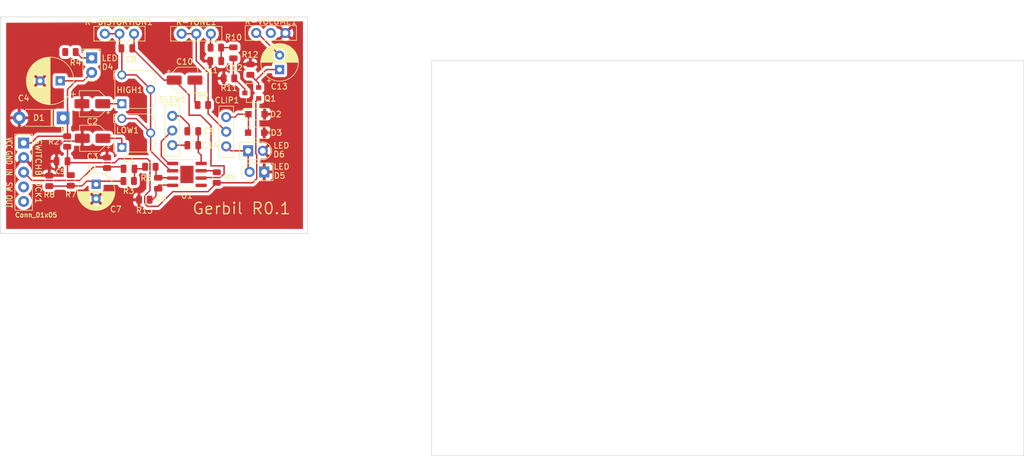
<source format=kicad_pcb>
(kicad_pcb (version 20211014) (generator pcbnew)
  (title_block (title "Ratt") (rev "R1"))
  (layers (0 "F.Cu" signal) (31 "B.Cu" signal) (34 "B.Paste" user) (35 "F.Paste" user) (36 "B.SilkS" user "B.Silkscreen") (37 "F.SilkS" user "F.Silkscreen") (38 "B.Mask" user) (39 "F.Mask" user) (44 "Edge.Cuts" user))
  (net 0 "")
  (net 1 "Net-(C1-Pad2)")
  (net 2 "Net-(C2-Pad1)")
  (net 3 "GNDREF")
  (net 4 "Net-(C3-Pad1)")
  (net 5 "+9V")
  (net 6 "Net-(C6-Pad1)")
  (net 7 "+5V")
  (net 8 "Net-(C8-Pad1)")
  (net 9 "Net-(C10-Pad1)")
  (net 10 "Net-(C9-Pad1)")
  (net 11 "Net-(C9-Pad2)")
  (net 12 "INPUT")
  (net 13 "Net-(C11-Pad1)")
  (net 14 "Net-(R9-Pad1)")
  (net 15 "Net-(Q1-Pad3)")
  (net 16 "Net-(C13-Pad2)")
  (net 17 "Net-(D2-Pad1)")
  (net 18 "Net-(Q1-Pad2)")
  (net 20 "Net-(SLEW1-Pad3)")
  (net 21 "Net-(CLIP1-Pad1)")
  (net 22 "Net-(R-TONE1-Pad1)")
  (net 23 "Net-(D4-Pad1)")
  (net 24 "Net-(R10-Pad1)")
  (net 25 "OUTPUT")
  (net 26 "Net-(SWITCHBLOCK1-Pad4)")
  (net 27 "Net-(U1-Pad1)")
  (net 28 "Net-(U1-Pad7)")
  (net 29 "Net-(C6-Pad2)")
  (footprint "Capacitor_THT:CP_Radial_D6.3mm_P2.50mm" (layer "F.Cu") (at 42.037 53.213 -90)
    (fp_text reference "C7" (at 4.318 -3.429 180) (layer "F.SilkS"))
    (fp_text value "1uF")
    (pad "1" thru_hole rect (at 0 0 270) (size 1.6 1.6) (drill 0.8) (layers *.Cu *.Mask) (net 7 "+5V"))
    (pad "2" thru_hole circle (at 2.5 0 270) (size 1.6 1.6) (drill 0.8) (layers *.Cu *.Mask) (net 3 "GNDREF"))
  )
  (footprint "Resistor_SMD:R_0805_2012Metric" (layer "F.Cu") (at 62.8415 29.464)
    (fp_text reference "R10" (at 3.0715 -1.778) (layer "F.SilkS"))
    (fp_text value "1.5K")
    (pad "1" smd roundrect (at -0.9125 0) (size 1.025 1.4) (layers "F.Cu" "F.Paste" "F.Mask") (roundrect_rratio 0.243902439) (net 24 "Net-(R10-Pad1)"))
    (pad "2" smd roundrect (at 0.9125 0) (size 1.025 1.4) (layers "F.Cu" "F.Paste" "F.Mask") (roundrect_rratio 0.243902439) (net 13 "Net-(C11-Pad1)"))
  )
  (footprint "Resistor_SMD:R_0805_2012Metric" (layer "F.Cu") (at 63.006602 52.032 90)
    (fp_text reference "R5" (at 0.0128 2.271398 180) (layer "F.SilkS"))
    (fp_text value "JUMP")
    (pad "1" smd roundrect (at -0.9125 0 90) (size 1.025 1.4) (layers "F.Cu" "F.Paste" "F.Mask") (roundrect_rratio 0.243902439) (net 5 "+9V"))
    (pad "2" smd roundrect (at 0.9125 0 90) (size 1.025 1.4) (layers "F.Cu" "F.Paste" "F.Mask") (roundrect_rratio 0.243902439) (net 28 "Net-(U1-Pad7)"))
  )
  (footprint "Resistor_SMD:R_0805_2012Metric" (layer "F.Cu") (at 37.014338 45.771771 -90)
    (fp_text reference "R2" (at -0.000971 2.317938 180) (layer "F.SilkS"))
    (fp_text value "47")
    (pad "1" smd roundrect (at -0.9125 0 270) (size 1.025 1.4) (layers "F.Cu" "F.Paste" "F.Mask") (roundrect_rratio 0.243902439) (net 5 "+9V"))
    (pad "2" smd roundrect (at 0.9125 0 270) (size 1.025 1.4) (layers "F.Cu" "F.Paste" "F.Mask") (roundrect_rratio 0.243902439) (net 5 "+9V"))
  )
  (footprint "Resistor_SMD:R_0805_2012Metric" (layer "F.Cu") (at 60.587704 39.424)
    (fp_text reference "R9" (at 0 -1.65) (layer "F.SilkS"))
    (fp_text value "1K")
    (pad "1" smd roundrect (at -0.9125 0) (size 1.025 1.4) (layers "F.Cu" "F.Paste" "F.Mask") (roundrect_rratio 0.243902439) (net 14 "Net-(R9-Pad1)"))
    (pad "2" smd roundrect (at 0.9125 0) (size 1.025 1.4) (layers "F.Cu" "F.Paste" "F.Mask") (roundrect_rratio 0.243902439) (net 22 "Net-(R-TONE1-Pad1)"))
  )
  (footprint "Capacitor_SMD:C_0805_2012Metric" (layer "F.Cu") (at 36.126825 49.203 180)
    (fp_text reference "C5" (at 0.312825 -1.8002) (layer "F.SilkS") (effects (font (size 0.8 0.8))))
    (fp_text value "0.1uF")
    (pad "1" smd roundrect (at -0.95 0 180) (size 1 1.45) (layers "F.Cu" "F.Paste" "F.Mask") (net 5 "+9V"))
    (pad "2" smd roundrect (at 0.95 0 180) (size 1 1.45) (layers "F.Cu" "F.Paste" "F.Mask") (net 3 "GNDREF"))
  )
  (footprint "AudoConnectors:SLR-343" (layer "F.Cu") (at 71.247 51.054 180)
    (fp_text reference "D5" (at -2.667 -0.6604 unlocked) (layer "F.SilkS"))
    (fp_text value "LED" (at -3.0226 0.9144 unlocked) (layer "F.SilkS"))
    (pad "1" thru_hole rect (at 0 0 180) (size 1.75 1.9) (drill 1) (layers *.Cu *.Mask) (net 3 "GNDREF"))
    (pad "2" thru_hole circle (at 2.54 0 180) (size 1.75 1.75) (drill 1) (layers *.Cu *.Mask) (net 21 "Net-(CLIP1-Pad1)"))
  )
  (footprint "Capacitor_SMD:C_0805_2012Metric" (layer "F.Cu") (at 58.8264 43.993208)
    (fp_text reference "C9" (at 2.8956 -0.000408) (layer "F.SilkS"))
    (fp_text value "30pF")
    (pad "1" smd roundrect (at -0.95 0) (size 1 1.45) (layers "F.Cu" "F.Paste" "F.Mask") (net 10 "Net-(C9-Pad1)"))
    (pad "2" smd roundrect (at 0.95 0) (size 1 1.45) (layers "F.Cu" "F.Paste" "F.Mask") (net 11 "Net-(C9-Pad2)"))
  )
  (footprint "Package_TO_SOT_SMD:SC-59" (layer "F.Cu") (at 69.088 37.338 180)
    (fp_text reference "Q1" (at -3.2004 -0.9652) (layer "F.SilkS"))
    (fp_text value "NSVJ3910SB3T1G")
    (pad "1" smd rect (at -1.2 -0.95 180) (size 0.9 0.8) (layers "F.Cu" "F.Paste" "F.Mask") (net 5 "+9V"))
    (pad "2" smd rect (at -1.2 0.95 180) (size 0.9 0.8) (layers "F.Cu" "F.Paste" "F.Mask") (net 18 "Net-(Q1-Pad2)"))
    (pad "3" smd rect (at 1.2 0 180) (size 0.9 0.8) (layers "F.Cu" "F.Paste" "F.Mask") (net 15 "Net-(Q1-Pad3)"))
  )
  (footprint "Capacitor_SMD:C_0805_2012Metric" (layer "F.Cu") (at 47.371 29.591)
    (fp_text reference "C8" (at 0.762 1.905) (layer "F.SilkS"))
    (fp_text value "100pF")
    (pad "1" smd roundrect (at -0.95 0) (size 1 1.45) (layers "F.Cu" "F.Paste" "F.Mask") (net 8 "Net-(C8-Pad1)"))
    (pad "2" smd roundrect (at 0.95 0) (size 1 1.45) (layers "F.Cu" "F.Paste" "F.Mask") (net 9 "Net-(C10-Pad1)"))
  )
  (footprint "Capacitor_SMD:CP_Elec_4x5.7" (layer "F.Cu") (at 41.388204 39.21 180)
    (fp_text reference "C2" (at 0 -3.081) (layer "F.SilkS"))
    (fp_text value "2.2uF")
    (pad "1" smd roundrect (at -1.8 0 180) (size 2.6 1.6) (layers "F.Cu" "F.Paste" "F.Mask") (roundrect_rratio 0.15625) (net 2 "Net-(C2-Pad1)"))
    (pad "2" smd roundrect (at 1.8 0 180) (size 2.6 1.6) (layers "F.Cu" "F.Paste" "F.Mask") (roundrect_rratio 0.15625) (net 3 "GNDREF"))
  )
  (footprint "Resistor_SMD:R_0805_2012Metric" (layer "F.Cu") (at 37.6428 52.5253 -90)
    (fp_text reference "R7" (at 2.423985 -0.007175 180) (layer "F.SilkS"))
    (fp_text value "100K")
    (pad "1" smd roundrect (at -0.9125 0 270) (size 1.025 1.4) (layers "F.Cu" "F.Paste" "F.Mask") (roundrect_rratio 0.243902439) (net 5 "+9V"))
    (pad "2" smd roundrect (at 0.9125 0 270) (size 1.025 1.4) (layers "F.Cu" "F.Paste" "F.Mask") (roundrect_rratio 0.243902439) (net 7 "+5V"))
  )
  (footprint "AudoConnectors:SLR-343" (layer "F.Cu") (at 41.275 31.242 -90)
    (fp_text reference "D4" (at 1.5748 -2.7686 unlocked) (layer "F.SilkS"))
    (fp_text value "LED" (at 0.0508 -3.1242 unlocked) (layer "F.SilkS"))
    (pad "1" thru_hole rect (at 0 0 270) (size 1.9 1.9) (drill 1) (layers *.Cu *.Mask) (net 23 "Net-(D4-Pad1)"))
    (pad "2" thru_hole circle (at 2.54 0 270) (size 1.9 1.9) (drill 1) (layers *.Cu *.Mask) (net 5 "+9V"))
  )
  (footprint "Package_SO:SOIC-8-1EP_3.9x4.9mm_P1.27mm_EP2.29x3mm" (layer "F.Cu") (at 57.817204 51.489)
    (fp_text reference "U1" (at -0.006804 3.6798) (layer "F.SilkS"))
    (fp_text value "LM308")
    (pad "1" smd roundrect (at -2.475 -1.905) (size 1.95 0.6) (layers "F.Cu" "F.Paste" "F.Mask") (net 27 "Net-(U1-Pad1)"))
    (pad "2" smd roundrect (at -2.475 -0.635) (size 1.95 0.6) (layers "F.Cu" "F.Paste" "F.Mask") (net 8 "Net-(C8-Pad1)"))
    (pad "3" smd roundrect (at -2.475 0.635) (size 1.95 0.6) (layers "F.Cu" "F.Paste" "F.Mask") (net 6 "Net-(C6-Pad1)"))
    (pad "4" smd roundrect (at -2.475 1.905) (size 1.95 0.6) (layers "F.Cu" "F.Paste" "F.Mask") (net 29 "Net-(C6-Pad2)"))
    (pad "5" smd roundrect (at 2.475 1.905) (size 1.95 0.6) (layers "F.Cu" "F.Paste" "F.Mask"))
    (pad "6" smd roundrect (at 2.475 0.635) (size 1.95 0.6) (layers "F.Cu" "F.Paste" "F.Mask") (net 9 "Net-(C10-Pad1)"))
    (pad "7" smd roundrect (at 2.475 -0.635) (size 1.95 0.6) (layers "F.Cu" "F.Paste" "F.Mask") (net 28 "Net-(U1-Pad7)"))
    (pad "8" smd roundrect (at 2.475 -1.905) (size 1.95 0.6) (layers "F.Cu" "F.Paste" "F.Mask") (net 11 "Net-(C9-Pad2)"))
    (pad "9" smd rect (at 0 0) (size 2.29 3) (layers "F.Cu" "F.Mask"))
  )
  (footprint "AudioComponents:BASIC_POT" (layer "F.Cu") (at 56.896 27.051)
    (fp_text reference "R-TONE1" (at 2.54 -2.032 unlocked) (layer "F.SilkS"))
    (fp_text value "100K")
    (pad "1" thru_hole circle (at 0 0) (size 1.75 1.75) (drill 1) (layers *.Cu *.Mask) (net 22 "Net-(R-TONE1-Pad1)"))
    (pad "2" thru_hole circle (at 2.54 0) (size 1.75 1.75) (drill 1) (layers *.Cu *.Mask) (net 22 "Net-(R-TONE1-Pad1)"))
    (pad "3" thru_hole circle (at 5.08 0) (size 1.75 1.75) (drill 1) (layers *.Cu *.Mask) (net 24 "Net-(R10-Pad1)"))
  )
  (footprint "Capacitor_SMD:CP_Elec_4x5.7" (layer "F.Cu") (at 41.439204 45.212 180)
    (fp_text reference "C3" (at 0.037204 -3.175) (layer "F.SilkS"))
    (fp_text value "4.7uF")
    (pad "1" smd roundrect (at -1.8 0 180) (size 2.6 1.6) (layers "F.Cu" "F.Paste" "F.Mask") (roundrect_rratio 0.15625) (net 4 "Net-(C3-Pad1)"))
    (pad "2" smd roundrect (at 1.8 0 180) (size 2.6 1.6) (layers "F.Cu" "F.Paste" "F.Mask") (roundrect_rratio 0.15625) (net 3 "GNDREF"))
  )
  (footprint "Resistor_SMD:R_0805_2012Metric" (layer "F.Cu") (at 47.705263 52.634451)
    (fp_text reference "R3" (at 0 1.721549) (layer "F.SilkS"))
    (fp_text value "1M")
    (pad "1" smd roundrect (at -0.9125 0) (size 1.025 1.4) (layers "F.Cu" "F.Paste" "F.Mask") (roundrect_rratio 0.243902439) (net 7 "+5V"))
    (pad "2" smd roundrect (at 0.9125 0) (size 1.025 1.4) (layers "F.Cu" "F.Paste" "F.Mask") (roundrect_rratio 0.243902439) (net 1 "Net-(C1-Pad2)"))
  )
  (footprint "Resistor_SMD:R_0805_2012Metric" (layer "F.Cu") (at 33.901825 52.609242 90)
    (fp_text reference "R8" (at -2.381758 0.007175 180) (layer "F.SilkS"))
    (fp_text value "100K")
    (pad "1" smd roundrect (at -0.9125 0 90) (size 1.025 1.4) (layers "F.Cu" "F.Paste" "F.Mask") (roundrect_rratio 0.243902439) (net 7 "+5V"))
    (pad "2" smd roundrect (at 0.9125 0 90) (size 1.025 1.4) (layers "F.Cu" "F.Paste" "F.Mask") (roundrect_rratio 0.243902439) (net 3 "GNDREF"))
  )
  (footprint "Resistor_SMD:R_0805_2012Metric" (layer "F.Cu") (at 37.592 30.226 180)
    (fp_text reference "R4" (at -0.8636 -1.8288) (layer "F.SilkS"))
    (fp_text value "4.7k")
    (pad "1" smd roundrect (at -0.9125 0 180) (size 1.025 1.4) (layers "F.Cu" "F.Paste" "F.Mask") (roundrect_rratio 0.243902439) (net 23 "Net-(D4-Pad1)"))
    (pad "2" smd roundrect (at 0.9125 0 180) (size 1.025 1.4) (layers "F.Cu" "F.Paste" "F.Mask") (roundrect_rratio 0.243902439) (net 26 "Net-(SWITCHBLOCK1-Pad4)"))
  )
  (footprint "AudoConnectors:SLR-343" (layer "F.Cu") (at 68.453 47.388398)
    (fp_text reference "D6" (at 5.3594 0.617602 unlocked) (layer "F.SilkS"))
    (fp_text value "LED" (at 5.7658 -0.906398 unlocked) (layer "F.SilkS"))
    (pad "1" thru_hole rect (at 0 0) (size 1.75 1.9) (drill 1) (layers *.Cu *.Mask) (net 21 "Net-(CLIP1-Pad1)"))
    (pad "2" thru_hole circle (at 2.54 0) (size 1.75 1.75) (drill 1) (layers *.Cu *.Mask) (net 3 "GNDREF"))
  )
  (footprint "AudioComponents:BASIC_POT" (layer "F.Cu") (at 43.561 27.051)
    (fp_text reference "R-DISTORTION1" (at 2.413 -2.032 unlocked) (layer "F.SilkS"))
    (fp_text value "100K-A")
    (pad "1" thru_hole circle (at 0 0) (size 1.75 1.75) (drill 1) (layers *.Cu *.Mask) (net 8 "Net-(C8-Pad1)"))
    (pad "2" thru_hole circle (at 2.54 0) (size 1.75 1.75) (drill 1) (layers *.Cu *.Mask) (net 8 "Net-(C8-Pad1)"))
    (pad "3" thru_hole circle (at 5.08 0) (size 1.75 1.75) (drill 1) (layers *.Cu *.Mask) (net 9 "Net-(C10-Pad1)"))
  )
  (footprint "Capacitor_SMD:CP_Elec_4x5.7" (layer "F.Cu") (at 57.414204 35.106)
    (fp_text reference "C10" (at 0 -3.2) (layer "F.SilkS"))
    (fp_text value "4.7uF")
    (pad "1" smd roundrect (at -1.8 0) (size 2.6 1.6) (layers "F.Cu" "F.Paste" "F.Mask") (roundrect_rratio 0.15625) (net 9 "Net-(C10-Pad1)"))
    (pad "2" smd roundrect (at 1.8 0) (size 2.6 1.6) (layers "F.Cu" "F.Paste" "F.Mask") (roundrect_rratio 0.15625) (net 14 "Net-(R9-Pad1)"))
  )
  (footprint "Resistor_SMD:R_0805_2012Metric" (layer "F.Cu") (at 68.834 33.274 90)
    (fp_text reference "R12" (at 2.5908 -0.0508 180) (layer "F.SilkS"))
    (fp_text value "10K")
    (pad "1" smd roundrect (at -0.9125 0 90) (size 1.025 1.4) (layers "F.Cu" "F.Paste" "F.Mask") (roundrect_rratio 0.243902439) (net 18 "Net-(Q1-Pad2)"))
    (pad "2" smd roundrect (at 0.9125 0 90) (size 1.025 1.4) (layers "F.Cu" "F.Paste" "F.Mask") (roundrect_rratio 0.243902439) (net 3 "GNDREF"))
  )
  (footprint "AudoConnectors:BASIC_POT" (layer "F.Cu") (at 64.643 46.609 90)
    (fp_text reference "CLIP1" (at 8.001 0.127 unlocked) (layer "F.SilkS"))
    (fp_text value "SW_SPDT")
    (pad "1" thru_hole circle (at 0 0 90) (size 1.75 1.75) (drill 1) (layers *.Cu *.Mask) (net 21 "Net-(CLIP1-Pad1)"))
    (pad "2" thru_hole circle (at 2.54 0 90) (size 1.75 1.75) (drill 1) (layers *.Cu *.Mask) (net 22 "Net-(R-TONE1-Pad1)"))
    (pad "3" thru_hole circle (at 5.08 0 90) (size 1.75 1.75) (drill 1) (layers *.Cu *.Mask) (net 17 "Net-(D2-Pad1)"))
  )
  (footprint "Resistor_SMD:R_0805_2012Metric" (layer "F.Cu") (at 65.1275 34.798 180)
    (fp_text reference "R11" (at 0 -1.65) (layer "F.SilkS"))
    (fp_text value "1M")
    (pad "1" smd roundrect (at -0.9125 0 180) (size 1.025 1.4) (layers "F.Cu" "F.Paste" "F.Mask") (roundrect_rratio 0.243902439) (net 15 "Net-(Q1-Pad3)"))
    (pad "2" smd roundrect (at 0.9125 0 180) (size 1.025 1.4) (layers "F.Cu" "F.Paste" "F.Mask") (roundrect_rratio 0.243902439) (net 3 "GNDREF"))
  )
  (footprint "Diode_SMD:D_SOD-123F" (layer "F.Cu") (at 69.85 44.231 180)
    (fp_text reference "D3" (at -3.5052 -0.0158) (layer "F.SilkS"))
    (fp_text value "1N914")
    (pad "1" smd rect (at -1.4 0 180) (size 1.1 1.1) (layers "F.Cu" "F.Paste" "F.Mask") (net 3 "GNDREF"))
    (pad "2" smd rect (at 1.4 0 180) (size 1.1 1.1) (layers "F.Cu" "F.Paste" "F.Mask") (net 17 "Net-(D2-Pad1)"))
  )
  (footprint "Capacitor_THT:CP_Radial_D8.0mm_P3.50mm" (layer "F.Cu") (at 35.806825 35.233 180)
    (fp_text reference "C4" (at 6.342825 -3.0194) (layer "F.SilkS"))
    (fp_text value "100uF")
    (pad "1" thru_hole rect (at 0 0 180) (size 1.6 1.6) (drill 0.8) (layers *.Cu *.Mask) (net 5 "+9V"))
    (pad "2" thru_hole circle (at 3.5 0 180) (size 1.6 1.6) (drill 0.8) (layers *.Cu *.Mask) (net 3 "GNDREF"))
  )
  (footprint "Resistor_SMD:R_0805_2012Metric" (layer "F.Cu") (at 43.942 49.466426 90)
    (fp_text reference "R1" (at -0.952574 -2.54 180) (layer "F.SilkS"))
    (fp_text value "1M")
    (pad "1" smd roundrect (at -0.9125 0 90) (size 1.025 1.4) (layers "F.Cu" "F.Paste" "F.Mask") (roundrect_rratio 0.243902439) (net 12 "INPUT"))
    (pad "2" smd roundrect (at 0.9125 0 90) (size 1.025 1.4) (layers "F.Cu" "F.Paste" "F.Mask") (roundrect_rratio 0.243902439) (net 3 "GNDREF"))
  )
  (footprint "Potentiometer_THT:Potentiometer_Runtron_RM-065_Vertical" (layer "F.Cu") (at 46.514204 39.21 90)
    (fp_text reference "HIGH1" (at 2.38 1.364796 180) (layer "F.SilkS"))
    (fp_text value "1K-B")
    (pad "1" thru_hole rect (at 0 0 90) (size 1.56 1.56) (drill 1) (layers *.Cu *.Mask) (net 2 "Net-(C2-Pad1)"))
    (pad "2" thru_hole circle (at 2.5 5 90) (size 1.56 1.56) (drill 1) (layers *.Cu *.Mask) (net 8 "Net-(C8-Pad1)"))
    (pad "3" thru_hole circle (at 5 0 90) (size 1.56 1.56) (drill 1) (layers *.Cu *.Mask) (net 8 "Net-(C8-Pad1)"))
  )
  (footprint "AudoConnectors:BASIC_POT" (layer "F.Cu") (at 55.277204 41.329 -90)
    (fp_text reference "SLEW1" (at -2.848 -0.094796 unlocked) (layer "F.SilkS"))
    (fp_text value "SW_SPDT")
    (pad "1" thru_hole circle (at 0 0 270) (size 1.75 1.75) (drill 1) (layers *.Cu *.Mask) (net 10 "Net-(C9-Pad1)"))
    (pad "2" thru_hole circle (at 2.54 0 270) (size 1.75 1.75) (drill 1) (layers *.Cu *.Mask) (net 27 "Net-(U1-Pad1)"))
    (pad "3" thru_hole circle (at 5.08 0 270) (size 1.75 1.75) (drill 1) (layers *.Cu *.Mask) (net 20 "Net-(SLEW1-Pad3)"))
  )
  (footprint "AudoConnectors:3DPDT_SWITCHING" (layer "F.Cu") (at 29.456825 46.028 -90)
    (fp_text reference "SWITCHBLOCK1" (at 4.899 -2.547175 -90 unlocked) (layer "F.SilkS"))
    (fp_text value "Conn_01x05" (at 12.519 -2.166175 unlocked) (layer "F.SilkS") (effects (font (size 0.8 0.8))))
    (fp_text user "VCC" (at 0 2.54 -90 unlocked) (layer "F.SilkS") (effects (font (size 1 0.65))))
    (fp_text user "GND" (at 2.54 2.54 -90 unlocked) (layer "F.SilkS") (effects (font (size 1 0.8))))
    (fp_text user "SW" (at 7.62 2.54 -90 unlocked) (layer "F.SilkS") (effects (font (size 1 0.8))))
    (fp_text user "IN" (at 5.08 2.54 -90 unlocked) (layer "F.SilkS") (effects (font (size 1 0.8))))
    (fp_text user "OUT" (at 10.16 2.54 -90 unlocked) (layer "F.SilkS") (effects (font (size 1 0.8))))
    (pad "1" thru_hole rect (at 0 0 270) (size 1.9 1.9) (drill 1) (layers *.Cu *.Mask) (net 5 "+9V"))
    (pad "2" thru_hole circle (at 2.54 0 270) (size 1.9 1.9) (drill 1) (layers *.Cu *.Mask) (net 3 "GNDREF"))
    (pad "3" thru_hole circle (at 5.08 0 270) (size 1.9 1.9) (drill 1) (layers *.Cu *.Mask) (net 12 "INPUT"))
    (pad "4" thru_hole circle (at 7.62 0 270) (size 1.9 1.9) (drill 1) (layers *.Cu *.Mask) (net 26 "Net-(SWITCHBLOCK1-Pad4)"))
    (pad "5" thru_hole circle (at 10.16 0 270) (size 1.9 1.9) (drill 1) (layers *.Cu *.Mask) (net 25 "OUTPUT"))
  )
  (footprint "Diode_THT:D_DO-41_SOD81_P7.62mm_Horizontal" (layer "F.Cu") (at 36.322 41.656 180)
    (fp_text reference "D1" (at 4.2164 0) (layer "F.SilkS"))
    (fp_text value "1N4002")
    (fp_text user "K" (at 0 -2.1) (layer "F.SilkS"))
    (pad "1" thru_hole rect (at 0 0 180) (size 2.2 2.2) (drill 1.1) (layers *.Cu *.Mask) (net 5 "+9V"))
    (pad "2" thru_hole oval (at 7.62 0 180) (size 2.2 2.2) (drill 1.1) (layers *.Cu *.Mask) (net 3 "GNDREF"))
  )
  (footprint "Capacitor_SMD:C_0805_2012Metric" (layer "F.Cu") (at 52.832 53.02 -90)
    (fp_text reference "C6" (at 2.6568 -0.4572 180) (layer "F.SilkS"))
    (fp_text value "1nF")
    (pad "1" smd roundrect (at -0.95 0 270) (size 1 1.45) (layers "F.Cu" "F.Paste" "F.Mask") (net 6 "Net-(C6-Pad1)"))
    (pad "2" smd roundrect (at 0.95 0 270) (size 1 1.45) (layers "F.Cu" "F.Paste" "F.Mask") (net 29 "Net-(C6-Pad2)"))
  )
  (footprint "Capacitor_SMD:C_0805_2012Metric" (layer "F.Cu") (at 62.825285 31.785989 180)
    (fp_text reference "C11" (at 0.849285 -1.68) (layer "F.SilkS") (effects (font (size 0.8 0.8))))
    (fp_text value "3.3nF")
    (pad "1" smd roundrect (at -0.95 0 180) (size 1 1.45) (layers "F.Cu" "F.Paste" "F.Mask") (net 13 "Net-(C11-Pad1)"))
    (pad "2" smd roundrect (at 0.95 0 180) (size 1 1.45) (layers "F.Cu" "F.Paste" "F.Mask") (net 3 "GNDREF"))
  )
  (footprint "Diode_SMD:D_SOD-123F" (layer "F.Cu") (at 69.908 41.021)
    (fp_text reference "D2" (at 3.3456 0.0254) (layer "F.SilkS"))
    (fp_text value "1N914")
    (pad "1" smd rect (at -1.4 0) (size 1.1 1.1) (layers "F.Cu" "F.Paste" "F.Mask") (net 17 "Net-(D2-Pad1)"))
    (pad "2" smd rect (at 1.4 0) (size 1.1 1.1) (layers "F.Cu" "F.Paste" "F.Mask") (net 3 "GNDREF"))
  )
  (footprint "Potentiometer_THT:Potentiometer_Runtron_RM-065_Vertical" (layer "F.Cu") (at 46.514204 46.79 90)
    (fp_text reference "LOW1" (at 2.975 0.983796 180) (layer "F.SilkS"))
    (fp_text value "1K-B")
    (pad "1" thru_hole rect (at 0 0 90) (size 1.56 1.56) (drill 1) (layers *.Cu *.Mask) (net 4 "Net-(C3-Pad1)"))
    (pad "2" thru_hole circle (at 2.5 5 90) (size 1.56 1.56) (drill 1) (layers *.Cu *.Mask) (net 8 "Net-(C8-Pad1)"))
    (pad "3" thru_hole circle (at 5 0 90) (size 1.56 1.56) (drill 1) (layers *.Cu *.Mask) (net 8 "Net-(C8-Pad1)"))
  )
  (footprint "Resistor_SMD:R_0805_2012Metric" (layer "F.Cu") (at 51.465411 50.165)
    (fp_text reference "R6" (at -0.716211 1.9558) (layer "F.SilkS"))
    (fp_text value "1K")
    (pad "1" smd roundrect (at -0.9125 0) (size 1.025 1.4) (layers "F.Cu" "F.Paste" "F.Mask") (roundrect_rratio 0.243902439) (net 1 "Net-(C1-Pad2)"))
    (pad "2" smd roundrect (at 0.9125 0) (size 1.025 1.4) (layers "F.Cu" "F.Paste" "F.Mask") (roundrect_rratio 0.243902439) (net 6 "Net-(C6-Pad1)"))
  )
  (footprint "AudioComponents:BASIC_POT" (layer "F.Cu") (at 69.85 26.924)
    (fp_text reference "R-VOLUME1" (at 2.54 -1.9812 unlocked) (layer "F.SilkS"))
    (fp_text value "100K-A")
    (pad "1" thru_hole circle (at 0 0) (size 1.75 1.75) (drill 1) (layers *.Cu *.Mask) (net 16 "Net-(C13-Pad2)"))
    (pad "2" thru_hole circle (at 2.54 0) (size 1.75 1.75) (drill 1) (layers *.Cu *.Mask) (net 25 "OUTPUT"))
    (pad "3" thru_hole circle (at 5.08 0) (size 1.75 1.75) (drill 1) (layers *.Cu *.Mask) (net 3 "GNDREF"))
  )
  (footprint "Resistor_SMD:R_0805_2012Metric" (layer "F.Cu") (at 50.419 55.88 180)
    (fp_text reference "R13" (at -0.0254 -1.8796) (layer "F.SilkS"))
    (fp_text value "JUMP")
    (pad "1" smd roundrect (at -0.9125 0 180) (size 1.025 1.4) (layers "F.Cu" "F.Paste" "F.Mask") (roundrect_rratio 0.243902439) (net 29 "Net-(C6-Pad2)"))
    (pad "2" smd roundrect (at 0.9125 0 180) (size 1.025 1.4) (layers "F.Cu" "F.Paste" "F.Mask") (roundrect_rratio 0.243902439) (net 3 "GNDREF"))
  )
  (footprint "Capacitor_SMD:C_0805_2012Metric" (layer "F.Cu") (at 47.766615 50.51123)
    (fp_text reference "C1" (at 0 -1.68) (layer "F.SilkS"))
    (fp_text value "22nF")
    (pad "1" smd roundrect (at -0.95 0) (size 1 1.45) (layers "F.Cu" "F.Paste" "F.Mask") (net 12 "INPUT"))
    (pad "2" smd roundrect (at 0.95 0) (size 1 1.45) (layers "F.Cu" "F.Paste" "F.Mask") (net 1 "Net-(C1-Pad2)"))
  )
  (footprint "Capacitor_SMD:C_0805_2012Metric" (layer "F.Cu") (at 65.8876 30.3632 -90)
    (fp_text reference "C12" (at 2.606 -0.1524 180) (layer "F.SilkS"))
    (fp_text value "22nF")
    (pad "1" smd roundrect (at -0.95 0 270) (size 1 1.45) (layers "F.Cu" "F.Paste" "F.Mask") (net 13 "Net-(C11-Pad1)"))
    (pad "2" smd roundrect (at 0.95 0 270) (size 1 1.45) (layers "F.Cu" "F.Paste" "F.Mask") (net 15 "Net-(Q1-Pad3)"))
  )
  (footprint "Capacitor_SMD:C_0805_2012Metric" (layer "F.Cu") (at 58.8416 46.409285)
    (fp_text reference "C14" (at 3.0836 0.0508) (layer "F.SilkS"))
    (fp_text value "100pF")
    (pad "1" smd roundrect (at -0.95 0) (size 1 1.45) (layers "F.Cu" "F.Paste" "F.Mask") (net 20 "Net-(SLEW1-Pad3)"))
    (pad "2" smd roundrect (at 0.95 0) (size 1 1.45) (layers "F.Cu" "F.Paste" "F.Mask") (net 11 "Net-(C9-Pad2)"))
  )
  (footprint "Capacitor_THT:CP_Radial_D6.3mm_P2.50mm" (layer "F.Cu") (at 73.914 33.274 90)
    (fp_text reference "C13" (at -2.9464 -0.0508 180) (layer "F.SilkS"))
    (fp_text value "1uF")
    (pad "1" thru_hole rect (at 0 0 90) (size 1.6 1.6) (drill 0.8) (layers *.Cu *.Mask) (net 18 "Net-(Q1-Pad2)"))
    (pad "2" thru_hole circle (at 2.5 0 90) (size 1.6 1.6) (drill 0.8) (layers *.Cu *.Mask) (net 16 "Net-(C13-Pad2)"))
  )
  (gr_line (start 203.2 100.33) (end 203.2 31.75) (layer "Edge.Cuts") (width 0.1))
  (gr_line (start 203.2 31.75) (end 100.33 31.75) (layer "Edge.Cuts") (width 0.1))
  (gr_rect (start 78.74 61.722) (end 25.4 24.13) (layer "Edge.Cuts") (width 0.1) (fill none))
  (gr_line (start 100.33 31.75) (end 100.33 100.33) (layer "Edge.Cuts") (width 0.1))
  (gr_line (start 100.33 100.33) (end 203.2 100.33) (layer "Edge.Cuts") (width 0.1))
  (gr_text "Gerbil R0.1\n" (at 67.31 57.404) (layer "F.SilkS") (effects (font (size 2 2) (thickness 0.2))))
  (segment (start 50.549615 50.51123) (end 50.552911 50.507934) (width 0.25) (layer "F.Cu") (net 1))
  (segment (start 48.716615 50.51123) (end 48.716615 52.535599) (width 0.25) (layer "F.Cu") (net 1))
  (segment (start 48.716615 50.51123) (end 50.549615 50.51123) (width 0.25) (layer "F.Cu") (net 1))
  (segment (start 48.716615 52.535599) (end 48.617763 52.634451) (width 0.25) (layer "F.Cu") (net 1))
  (segment (start 42.934204 39.21) (end 46.514204 39.21) (width 0.25) (layer "F.Cu") (net 2))
  (segment (start 35.176825 49.203) (end 35.176825 46.996111) (width 0.25) (layer "F.Cu") (net 3))
  (segment (start 36.476165 45.696771) (end 39.154433 45.696771) (width 0.25) (layer "F.Cu") (net 3))
  (segment (start 35.176825 46.996111) (end 36.476165 45.696771) (width 0.25) (layer "F.Cu") (net 3))
  (segment (start 39.154433 45.696771) (end 39.639204 45.212) (width 0.25) (layer "F.Cu") (net 3))
  (segment (start 39.094056 45.757148) (end 39.639204 45.212) (width 0.25) (layer "F.Cu") (net 3))
  (segment (start 46.514204 46.79) (end 46.514204 45.244204) (width 0.25) (layer "F.Cu") (net 4))
  (segment (start 46.514204 45.244204) (end 46.482 45.212) (width 0.25) (layer "F.Cu") (net 4))
  (segment (start 46.482 45.212) (end 43.239204 45.212) (width 0.25) (layer "F.Cu") (net 4))
  (segment (start 69.945272 48.037727) (end 69.793 47.885455) (width 0.25) (layer "F.Cu") (net 5))
  (segment (start 52.832 57.023) (end 50.948827 57.023) (width 0.25) (layer "F.Cu") (net 5))
  (segment (start 37.014338 44.859271) (end 37.076825 44.796784) (width 0.25) (layer "F.Cu") (net 5))
  (segment (start 30.766204 46.028) (end 29.456825 46.028) (width 0.25) (layer "F.Cu") (net 5))
  (segment (start 63.006602 52.9445) (end 61.468102 54.483) (width 0.25) (layer "F.Cu") (net 5))
  (segment (start 37.076825 49.203) (end 37.076825 46.746758) (width 0.25) (layer "F.Cu") (net 5))
  (segment (start 35.806825 35.233) (end 38.535 35.233) (width 0.25) (layer "F.Cu") (net 5))
  (segment (start 50.948827 57.023) (end 50.494 56.568173) (width 0.25) (layer "F.Cu") (net 5))
  (segment (start 50.946 48.768) (end 45.974 48.768) (width 0.25) (layer "F.Cu") (net 5))
  (segment (start 37.076825 49.203) (end 37.076825 51.654515) (width 0.25) (layer "F.Cu") (net 5))
  (segment (start 41.275 33.782) (end 39.8145 35.2425) (width 0.25) (layer "F.Cu") (net 5))
  (segment (start 50.494 56.568173) (end 50.494 55.191827) (width 0.25) (layer "F.Cu") (net 5))
  (segment (start 37.465 36.322) (end 37.076825 36.710175) (width 0.25) (layer "F.Cu") (net 5))
  (segment (start 37.014338 44.859271) (end 31.934933 44.859271) (width 0.25) (layer "F.Cu") (net 5))
  (segment (start 31.934933 44.859271) (end 30.766204 46.028) (width 0.25) (layer "F.Cu") (net 5))
  (segment (start 69.793 47.885455) (end 69.793 38.783) (width 0.25) (layer "F.Cu") (net 5))
  (segment (start 45.2875 49.4545) (end 37.328325 49.4545) (width 0.25) (layer "F.Cu") (net 5))
  (segment (start 69.793 38.783) (end 70.288 38.288) (width 0.25) (layer "F.Cu") (net 5))
  (segment (start 38.535 35.233) (end 38.5445 35.2425) (width 0.25) (layer "F.Cu") (net 5))
  (segment (start 51.401 49.183) (end 51.381 49.203) (width 0.25) (layer "F.Cu") (net 5))
  (segment (start 69.945272 52.228728) (end 69.945272 48.037727) (width 0.25) (layer "F.Cu") (net 5))
  (segment (start 37.076825 44.796784) (end 37.076825 42.218) (width 0.25) (layer "F.Cu") (net 5))
  (segment (start 37.076825 36.710175) (end 37.076825 36.964175) (width 0.25) (layer "F.Cu") (net 5))
  (segment (start 38.5445 35.2425) (end 37.465 36.322) (width 0.25) (layer "F.Cu") (net 5))
  (segment (start 51.381 49.203) (end 50.946 48.768) (width 0.25) (layer "F.Cu") (net 5))
  (segment (start 37.076825 42.218) (end 37.076825 36.964175) (width 0.25) (layer "F.Cu") (net 5))
  (segment (start 61.468102 54.483) (end 55.372 54.483) (width 0.25) (layer "F.Cu") (net 5))
  (segment (start 50.494 55.191827) (end 51.401 54.284827) (width 0.25) (layer "F.Cu") (net 5))
  (segment (start 63.006602 52.9445) (end 69.2295 52.9445) (width 0.25) (layer "F.Cu") (net 5))
  (segment (start 55.372 54.483) (end 52.832 57.023) (width 0.25) (layer "F.Cu") (net 5))
  (segment (start 39.8145 35.2425) (end 38.5445 35.2425) (width 0.25) (layer "F.Cu") (net 5))
  (segment (start 45.974 48.768) (end 45.2875 49.4545) (width 0.25) (layer "F.Cu") (net 5))
  (segment (start 37.076825 46.746758) (end 37.014338 46.684271) (width 0.25) (layer "F.Cu") (net 5))
  (segment (start 51.401 54.284827) (end 51.401 49.183) (width 0.25) (layer "F.Cu") (net 5))
  (segment (start 69.2295 52.9445) (end 69.945272 52.228728) (width 0.25) (layer "F.Cu") (net 5))
  (segment (start 52.451 52.07) (end 55.288204 52.07) (width 0.25) (layer "F.Cu") (net 6))
  (segment (start 55.288204 52.07) (end 55.342204 52.124) (width 0.25) (layer "F.Cu") (net 6))
  (segment (start 52.451 50.581023) (end 52.377911 50.507934) (width 0.25) (layer "F.Cu") (net 6))
  (segment (start 52.451 52.07) (end 52.451 50.581023) (width 0.25) (layer "F.Cu") (net 6))
  (segment (start 37.076825 53.479515) (end 39.611485 53.479515) (width 0.25) (layer "F.Cu") (net 7))
  (segment (start 37.034598 53.521742) (end 33.901825 53.521742) (width 0.25) (layer "F.Cu") (net 7))
  (segment (start 40.425379 52.665621) (end 41.91 52.665621) (width 0.25) (layer "F.Cu") (net 7))
  (segment (start 37.076825 53.479515) (end 37.034598 53.521742) (width 0.25) (layer "F.Cu") (net 7))
  (segment (start 46.804341 52.665621) (end 41.91 52.665621) (width 0.25) (layer "F.Cu") (net 7))
  (segment (start 39.611485 53.479515) (end 40.425379 52.665621) (width 0.25) (layer "F.Cu") (net 7))
  (segment (start 46.514204 29.591) (end 46.421 29.591) (width 0.25) (layer "F.Cu") (net 8))
  (segment (start 43.561 27.051) (end 46.101 27.051) (width 0.25) (layer "F.Cu") (net 8))
  (segment (start 46.514204 34.21) (end 46.514204 29.591) (width 0.25) (layer "F.Cu") (net 8))
  (segment (start 46.514204 34.21) (end 49.014204 34.21) (width 0.25) (layer "F.Cu") (net 8))
  (segment (start 51.514204 47.402751) (end 51.514204 44.29) (width 0.25) (layer "F.Cu") (net 8))
  (segment (start 49.014204 34.21) (end 51.514204 36.71) (width 0.25) (layer "F.Cu") (net 8))
  (segment (start 46.101 29.271) (end 46.101 27.051) (width 0.25) (layer "F.Cu") (net 8))
  (segment (start 55.342204 50.854) (end 54.965453 50.854) (width 0.25) (layer "F.Cu") (net 8))
  (segment (start 54.965453 50.854) (end 51.514204 47.402751) (width 0.25) (layer "F.Cu") (net 8))
  (segment (start 51.514204 44.29) (end 51.514204 36.71) (width 0.25) (layer "F.Cu") (net 8))
  (segment (start 46.514204 41.79) (end 49.014204 41.79) (width 0.25) (layer "F.Cu") (net 8))
  (segment (start 49.014204 41.79) (end 51.514204 44.29) (width 0.25) (layer "F.Cu") (net 8))
  (segment (start 46.421 29.591) (end 46.101 29.271) (width 0.25) (layer "F.Cu") (net 8))
  (segment (start 62.008204 49.076) (end 62.008204 43.031827) (width 0.25) (layer "F.Cu") (net 9))
  (segment (start 61.990602 49.093602) (end 61.990602 50) (width 0.25) (layer "F.Cu") (net 9))
  (segment (start 48.641 29.271) (end 48.641 27.051) (width 0.25) (layer "F.Cu") (net 9))
  (segment (start 64.276602 50) (end 64.276602 51.375173) (width 0.25) (layer "F.Cu") (net 9))
  (segment (start 64.276602 51.375173) (end 63.619775 52.032) (width 0.25) (layer "F.Cu") (net 9))
  (segment (start 58.198204 37.69) (end 55.614204 35.106) (width 0.25) (layer "F.Cu") (net 9))
  (segment (start 63.619775 52.032) (end 60.384204 52.032) (width 0.25) (layer "F.Cu") (net 9))
  (segment (start 48.321 29.591) (end 48.641 29.271) (width 0.25) (layer "F.Cu") (net 9))
  (segment (start 61.990602 50) (end 64.276602 50) (width 0.25) (layer "F.Cu") (net 9))
  (segment (start 53.836 35.106) (end 48.321 29.591) (width 0.25) (layer "F.Cu") (net 9))
  (segment (start 62.008204 49.076) (end 61.990602 49.093602) (width 0.25) (layer "F.Cu") (net 9))
  (segment (start 58.198204 41.202) (end 58.198204 37.69) (width 0.25) (layer "F.Cu") (net 9))
  (segment (start 62.008204 43.031827) (end 60.178377 41.202) (width 0.25) (layer "F.Cu") (net 9))
  (segment (start 55.614204 35.106) (end 53.836 35.106) (width 0.25) (layer "F.Cu") (net 9))
  (segment (start 60.178377 41.202) (end 58.198204 41.202) (width 0.25) (layer "F.Cu") (net 9))
  (segment (start 60.384204 52.032) (end 60.292204 52.124) (width 0.25) (layer "F.Cu") (net 9))
  (segment (start 56.6706 41.329) (end 58.2168 42.8752) (width 0.25) (layer "F.Cu") (net 10))
  (segment (start 55.277204 41.329) (end 56.6706 41.329) (width 0.25) (layer "F.Cu") (net 10))
  (segment (start 58.2168 42.8752) (end 58.2168 44.6024) (width 0.25) (layer "F.Cu") (net 10))
  (segment (start 59.7764 46.416408) (end 59.7916 46.431608) (width 0.25) (layer "F.Cu") (net 11))
  (segment (start 59.7916 46.431608) (end 59.7916 47.6504) (width 0.25) (layer "F.Cu") (net 11))
  (segment (start 60.292204 48.151004) (end 60.292204 49.584) (width 0.25) (layer "F.Cu") (net 11))
  (segment (start 59.7916 47.6504) (end 60.292204 48.151004) (width 0.25) (layer "F.Cu") (net 11))
  (segment (start 59.7764 43.993208) (end 59.7764 46.416408) (width 0.25) (layer "F.Cu") (net 11))
  (segment (start 41.607144 50.17306) (end 44.866154 50.17306) (width 0.25) (layer "F.Cu") (net 12))
  (segment (start 29.456825 51.108) (end 30.883067 52.534242) (width 0.25) (layer "F.Cu") (net 12))
  (segment (start 39.245962 52.534242) (end 41.607144 50.17306) (width 0.25) (layer "F.Cu") (net 12))
  (segment (start 30.883067 52.534242) (end 39.245962 52.534242) (width 0.25) (layer "F.Cu") (net 12))
  (segment (start 44.866154 50.17306) (end 46.478445 50.17306) (width 0.25) (layer "F.Cu") (net 12))
  (segment (start 63.775285 29.485285) (end 63.754 29.464) (width 0.25) (layer "F.Cu") (net 13))
  (segment (start 63.775285 31.785989) (end 63.775285 29.485285) (width 0.25) (layer "F.Cu") (net 13))
  (segment (start 63.754 29.464) (end 65.584099 29.464) (width 0.25) (layer "F.Cu") (net 13))
  (segment (start 59.214204 38.963) (end 59.214204 35.106) (width 0.25) (layer "F.Cu") (net 14))
  (segment (start 59.675204 39.424) (end 59.214204 38.963) (width 0.25) (layer "F.Cu") (net 14))
  (segment (start 65.895728 31.675629) (end 65.895728 34.653728) (width 0.25) (layer "F.Cu") (net 15))
  (segment (start 65.895728 34.653728) (end 66.04 34.798) (width 0.25) (layer "F.Cu") (net 15))
  (segment (start 67.888 36.646) (end 67.888 37.338) (width 0.25) (layer "F.Cu") (net 15))
  (segment (start 66.04 34.798) (end 67.888 36.646) (width 0.25) (layer "F.Cu") (net 15))
  (segment (start 73.914 30.774) (end 70.064 26.924) (width 0.25) (layer "F.Cu") (net 16))
  (segment (start 70.064 26.924) (end 69.85 26.924) (width 0.25) (layer "F.Cu") (net 16))
  (segment (start 66.675 41.021) (end 68.508 41.021) (width 0.25) (layer "F.Cu") (net 17))
  (segment (start 66.167 41.529) (end 66.675 41.021) (width 0.25) (layer "F.Cu") (net 17))
  (segment (start 68.508 41.021) (end 68.508 44.173) (width 0.25) (layer "F.Cu") (net 17))
  (segment (start 64.643 41.529) (end 66.167 41.529) (width 0.25) (layer "F.Cu") (net 17))
  (segment (start 68.508 44.173) (end 68.45 44.231) (width 0.25) (layer "F.Cu") (net 17))
  (segment (start 70.288 36.388) (end 70.288 35.6405) (width 0.25) (layer "F.Cu") (net 18))
  (segment (start 71.628 33.274) (end 69.77475 35.12725) (width 0.25) (layer "F.Cu") (net 18))
  (segment (start 73.914 33.274) (end 71.628 33.274) (width 0.25) (layer "F.Cu") (net 18))
  (segment (start 70.288 35.6405) (end 69.77475 35.12725) (width 0.25) (layer "F.Cu") (net 18))
  (segment (start 69.77475 35.12725) (end 68.834 34.1865) (width 0.25) (layer "F.Cu") (net 18))
  (segment (start 57.8916 46.409285) (end 57.891315 46.409) (width 0.25) (layer "F.Cu") (net 20))
  (segment (start 57.891315 46.409) (end 55.277204 46.409) (width 0.25) (layer "F.Cu") (net 20))
  (segment (start 68.453 50.8) (end 68.707 51.054) (width 0.25) (layer "F.Cu") (net 21))
  (segment (start 68.453 47.388398) (end 68.453 50.8) (width 0.25) (layer "F.Cu") (net 21))
  (segment (start 65.422398 47.388398) (end 64.643 46.609) (width 0.25) (layer "F.Cu") (net 21))
  (segment (start 68.453 47.388398) (end 65.422398 47.388398) (width 0.25) (layer "F.Cu") (net 21))
  (segment (start 61.500204 40.926204) (end 64.643 44.069) (width 0.25) (layer "F.Cu") (net 22))
  (segment (start 56.896 27.051) (end 59.436 27.051) (width 0.25) (layer "F.Cu") (net 22))
  (segment (start 59.436 31.75) (end 59.436 27.051) (width 0.25) (layer "F.Cu") (net 22))
  (segment (start 61.500204 33.814204) (end 59.436 31.75) (width 0.25) (layer "F.Cu") (net 22))
  (segment (start 61.500204 39.424) (end 61.500204 40.926204) (width 0.25) (layer "F.Cu") (net 22))
  (segment (start 61.500204 39.424) (end 61.500204 33.814204) (width 0.25) (layer "F.Cu") (net 22))
  (segment (start 39.5205 31.242) (end 41.275 31.242) (width 0.25) (layer "F.Cu") (net 23))
  (segment (start 38.5045 30.226) (end 39.5205 31.242) (width 0.25) (layer "F.Cu") (net 23))
  (segment (start 61.929 29.464) (end 61.929 27.098) (width 0.25) (layer "F.Cu") (net 24))
  (segment (start 61.929 27.098) (end 61.976 27.051) (width 0.25) (layer "F.Cu") (net 24))
  (segment (start 53.372204 48.314) (end 54.642204 49.584) (width 0.25) (layer "F.Cu") (net 27))
  (segment (start 53.372204 45.774) (end 53.372204 48.314) (width 0.25) (layer "F.Cu") (net 27))
  (segment (start 55.277204 43.869) (end 53.372204 45.774) (width 0.25) (layer "F.Cu") (net 27))
  (segment (start 54.642204 49.584) (end 55.342204 49.584) (width 0.25) (layer "F.Cu") (net 27))
  (segment (start 62.741102 50.854) (end 63.006602 51.1195) (width 0.25) (layer "F.Cu") (net 28))
  (segment (start 60.292204 50.854) (end 62.741102 50.854) (width 0.25) (layer "F.Cu") (net 28))
  (segment (start 52.959 53.34) (end 55.288204 53.34) (width 0.25) (layer "F.Cu") (net 29))
  (segment (start 51.816 55.88) (end 52.451 55.245) (width 0.25) (layer "F.Cu") (net 29))
  (segment (start 52.832 53.97) (end 52.832 53.467) (width 0.25) (layer "F.Cu") (net 29))
  (segment (start 55.288204 53.34) (end 55.342204 53.394) (width 0.25) (layer "F.Cu") (net 29))
  (segment (start 52.832 53.467) (end 52.959 53.34) (width 0.25) (layer "F.Cu") (net 29))
  (segment (start 51.3315 55.88) (end 51.816 55.88) (width 0.25) (layer "F.Cu") (net 29))
  (segment (start 52.451 55.245) (end 52.451 53.97) (width 0.25) (layer "F.Cu") (net 29))
  (zone (net 3) (net_name "GNDREF") (layer "F.Cu") (connect_pads (clearance 0.508)) (min_thickness 0.254) (fill yes (thermal_gap 0.508) (thermal_bridge_width 0.508))
    (polygon (pts (xy 77.978 60.96) (xy 26.416 60.96) (xy 26.416 25.146) (xy 77.978 24.892)))
  )
)
</source>
